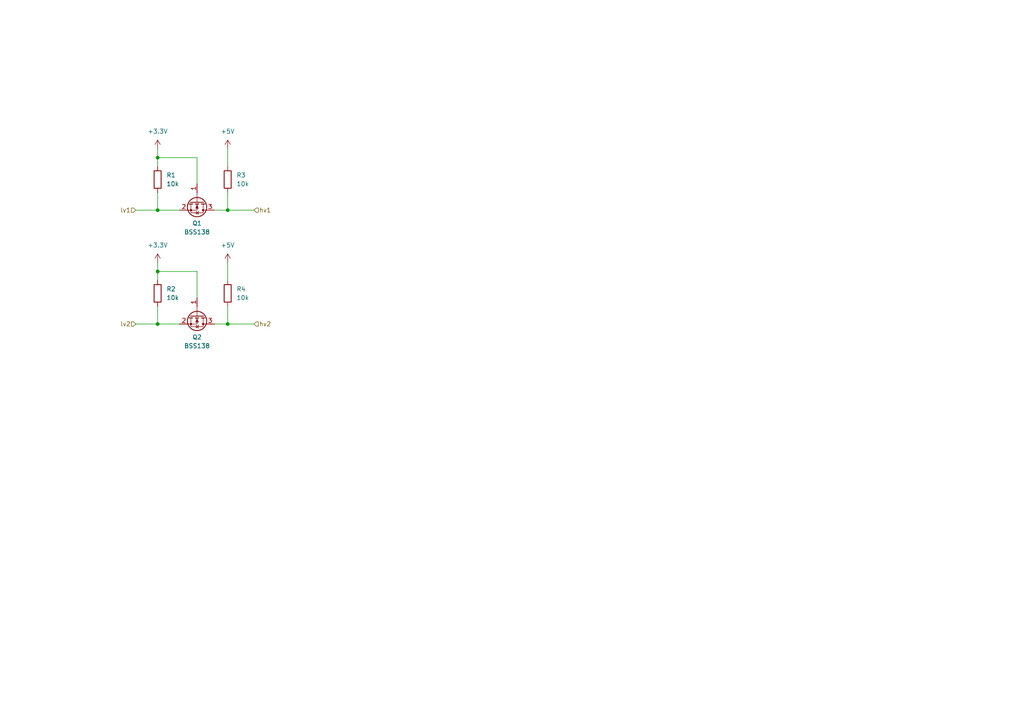
<source format=kicad_sch>
(kicad_sch (version 20231120) (generator "eeschema") (generator_version "8.0")
  (paper "A4")
  (lib_symbols
    (symbol "Device:R" (pin_numbers hide) (pin_names (offset 0))
      (property "Reference" "R" (at 2.032 0 90))
      (property "Value" "R" (at 0 0 90))
      (symbol "R_0_1"
        (rectangle (start -1.016 -2.54) (end 1.016 2.54) (stroke (width 0.254)))
      )
      (symbol "R_1_1"
        (pin passive line (at 0 3.81 270) (length 1.27) (name "~") (number "1"))
        (pin passive line (at 0 -3.81 90) (length 1.27) (name "~") (number "2"))
      )
    )
    (symbol "Transistor_FET:BSS138" (pin_names hide)
      (property "Reference" "Q" (at 5.08 1.905 0))
      (property "Value" "BSS138" (at 5.08 0 0))
      (symbol "BSS138_0_1"
        (polyline (pts (xy 0.254 0) (xy -2.54 0)))
        (polyline (pts (xy 0.254 1.905) (xy 0.254 -1.905)) (stroke (width 0.254)))
        (polyline (pts (xy 0.762 -1.27) (xy 0.762 -2.286)) (stroke (width 0.254)))
        (polyline (pts (xy 0.762 0.508) (xy 0.762 -0.508)) (stroke (width 0.254)))
        (polyline (pts (xy 0.762 2.286) (xy 0.762 1.27)) (stroke (width 0.254)))
        (polyline (pts (xy 2.54 2.54) (xy 2.54 1.778)))
        (polyline (pts (xy 2.54 -2.54) (xy 2.54 0) (xy 0.762 0)))
        (polyline (pts (xy 0.762 -1.778) (xy 3.302 -1.778) (xy 3.302 1.778) (xy 0.762 1.778)))
        (polyline (pts (xy 1.016 0) (xy 2.032 0.381) (xy 2.032 -0.381) (xy 1.016 0)) (fill (type outline)))
        (polyline (pts (xy 2.794 0.508) (xy 2.921 0.381) (xy 3.683 0.381) (xy 3.81 0.254)))
        (polyline (pts (xy 3.302 0.381) (xy 2.921 -0.254) (xy 3.683 -0.254) (xy 3.302 0.381)))
        (circle (center 1.651 0) (radius 2.794) (stroke (width 0.254)))
        (circle (center 2.54 -1.778) (radius 0.254) (fill (type outline)))
        (circle (center 2.54 1.778) (radius 0.254) (fill (type outline)))
      )
      (symbol "BSS138_1_1"
        (pin input line (at -5.08 0 0) (length 2.54) (name "G") (number "1"))
        (pin passive line (at 2.54 -5.08 90) (length 2.54) (name "S") (number "2"))
        (pin passive line (at 2.54 5.08 270) (length 2.54) (name "D") (number "3"))
      )
    )
    (symbol "power:+3.3V" (power) (pin_numbers hide) (pin_names (offset 0) hide)
      (property "Value" "+3.3V" (at 0 3.556 0))
      (symbol "+3.3V_0_1"
        (polyline (pts (xy -0.762 1.27) (xy 0 2.54)))
        (polyline (pts (xy 0 0) (xy 0 2.54)))
        (polyline (pts (xy 0 2.54) (xy 0.762 1.27)))
      )
      (symbol "+3.3V_1_1"
        (pin power_in line (at 0 0 90) (length 0) (name "~") (number "1"))
      )
    )
    (symbol "power:+5V" (power) (pin_numbers hide) (pin_names (offset 0) hide)
      (property "Value" "+5V" (at 0 3.556 0))
      (symbol "+5V_0_1"
        (polyline (pts (xy -0.762 1.27) (xy 0 2.54)))
        (polyline (pts (xy 0 0) (xy 0 2.54)))
        (polyline (pts (xy 0 2.54) (xy 0.762 1.27)))
      )
      (symbol "+5V_1_1"
        (pin power_in line (at 0 0 90) (length 0) (name "~") (number "1"))
      )
    )
  )
  (junction (at 45.72 60.96))
  (junction (at 45.72 78.74))
  (junction (at 45.72 45.72))
  (junction (at 45.72 93.98))
  (junction (at 66.04 93.98))
  (junction (at 66.04 60.96))
  (wire (pts (xy 39.37 93.98) (xy 45.72 93.98)))
  (wire (pts (xy 45.72 45.72) (xy 57.15 45.72)))
  (wire (pts (xy 45.72 93.98) (xy 52.07 93.98)))
  (wire (pts (xy 45.72 55.88) (xy 45.72 60.96)))
  (wire (pts (xy 66.04 93.98) (xy 73.66 93.98)))
  (wire (pts (xy 45.72 78.74) (xy 45.72 81.28)))
  (wire (pts (xy 39.37 60.96) (xy 45.72 60.96)))
  (wire (pts (xy 62.23 60.96) (xy 66.04 60.96)))
  (wire (pts (xy 45.72 76.2) (xy 45.72 78.74)))
  (wire (pts (xy 45.72 78.74) (xy 57.15 78.74)))
  (wire (pts (xy 45.72 45.72) (xy 45.72 48.26)))
  (wire (pts (xy 57.15 45.72) (xy 57.15 53.34)))
  (wire (pts (xy 66.04 76.2) (xy 66.04 81.28)))
  (wire (pts (xy 62.23 93.98) (xy 66.04 93.98)))
  (wire (pts (xy 45.72 60.96) (xy 52.07 60.96)))
  (wire (pts (xy 66.04 60.96) (xy 73.66 60.96)))
  (wire (pts (xy 45.72 88.9) (xy 45.72 93.98)))
  (wire (pts (xy 45.72 43.18) (xy 45.72 45.72)))
  (wire (pts (xy 66.04 60.96) (xy 66.04 55.88)))
  (wire (pts (xy 66.04 93.98) (xy 66.04 88.9)))
  (wire (pts (xy 66.04 43.18) (xy 66.04 48.26)))
  (wire (pts (xy 57.15 78.74) (xy 57.15 86.36)))
  (hierarchical_label "hv2" (shape input) (at 73.66 93.98 0))
  (hierarchical_label "lv1" (shape input) (at 39.37 60.96 180))
  (hierarchical_label "hv1" (shape input) (at 73.66 60.96 0))
  (hierarchical_label "lv2" (shape input) (at 39.37 93.98 180))
  (symbol (lib_id "Device:R") (at 66.04 85.09 0) (unit 1)
    (property "Reference" "R4" (at 68.58 83.8199 0) (effects (justify left)))
    (property "Value" "10k" (at 68.58 86.3599 0) (effects (justify left)))
    (property "Description" "Resistor" (effects (hide yes)))
    (instances (project "offramps" (path "" (reference "R4") (unit 1)) (path "" (reference "R92") (unit 1)) (path "" (reference "R88") (unit 1)) (path "" (reference "R84") (unit 1)) (path "" (reference "R80") (unit 1)) (path "" (reference "R76") (unit 1)) (path "" (reference "R72") (unit 1)) (path "" (reference "R68") (unit 1)) (path "" (reference "R64") (unit 1)) (path "" (reference "R60") (unit 1)) (path "" (reference "R56") (unit 1)) (path "" (reference "R48") (unit 1)) (path "" (reference "R52") (unit 1)) (path "" (reference "R44") (unit 1)) (path "" (reference "R40") (unit 1)) (path "" (reference "R36") (unit 1)) (path "" (reference "R32") (unit 1)) (path "" (reference "R28") (unit 1)) (path "" (reference "R24") (unit 1)) (path "" (reference "R20") (unit 1)) (path "" (reference "R16") (unit 1)) (path "" (reference "R12") (unit 1)) (path "" (reference "R8") (unit 1))))
  )
  (symbol (lib_id "Device:R") (at 66.04 52.07 0) (unit 1)
    (property "Reference" "R3" (at 68.58 50.7999 0) (effects (justify left)))
    (property "Value" "10k" (at 68.58 53.3399 0) (effects (justify left)))
    (property "Description" "Resistor" (effects (hide yes)))
    (instances (project "offramps" (path "" (reference "R3") (unit 1)) (path "" (reference "R91") (unit 1)) (path "" (reference "R87") (unit 1)) (path "" (reference "R83") (unit 1)) (path "" (reference "R79") (unit 1)) (path "" (reference "R75") (unit 1)) (path "" (reference "R71") (unit 1)) (path "" (reference "R67") (unit 1)) (path "" (reference "R63") (unit 1)) (path "" (reference "R59") (unit 1)) (path "" (reference "R55") (unit 1)) (path "" (reference "R47") (unit 1)) (path "" (reference "R51") (unit 1)) (path "" (reference "R43") (unit 1)) (path "" (reference "R39") (unit 1)) (path "" (reference "R35") (unit 1)) (path "" (reference "R31") (unit 1)) (path "" (reference "R27") (unit 1)) (path "" (reference "R23") (unit 1)) (path "" (reference "R19") (unit 1)) (path "" (reference "R15") (unit 1)) (path "" (reference "R11") (unit 1)) (path "" (reference "R7") (unit 1))))
  )
  (symbol (lib_id "Transistor_FET:BSS138") (at 57.15 91.44 270) (unit 1)
    (property "Reference" "Q2" (at 57.15 97.79 90))
    (property "Value" "BSS138" (at 57.15 100.33 90))
    (property "Footprint" "Package_TO_SOT_SMD:SOT-23" (effects (hide yes)))
    (property "Datasheet" "https://www.onsemi.com/pub/Collateral/BSS138-D.PDF" (effects (hide yes)))
    (property "Description" "50V Vds, 0.22A Id, N-Channel MOSFET, SOT-23" (effects (hide yes)))
    (property "Sim.Library" "/home/jason/documents/research/additive_manufacturing_security/NYU_OffRAMPS/revB/kicad/spice_models/BSS138.lib" (effects (hide yes)))
    (property "Sim.Name" "BSS138/FAI" (effects (hide yes)))
    (property "Sim.Device" "SUBCKT" (effects (hide yes)))
    (property "Sim.Pins" "1=20 2=10 3=30" (effects (hide yes)))
    (instances (project "offramps" (path "" (reference "Q2") (unit 1)) (path "" (reference "Q46") (unit 1)) (path "" (reference "Q44") (unit 1)) (path "" (reference "Q42") (unit 1)) (path "" (reference "Q40") (unit 1)) (path "" (reference "Q38") (unit 1)) (path "" (reference "Q36") (unit 1)) (path "" (reference "Q34") (unit 1)) (path "" (reference "Q32") (unit 1)) (path "" (reference "Q30") (unit 1)) (path "" (reference "Q28") (unit 1)) (path "" (reference "Q24") (unit 1)) (path "" (reference "Q26") (unit 1)) (path "" (reference "Q22") (unit 1)) (path "" (reference "Q20") (unit 1)) (path "" (reference "Q18") (unit 1)) (path "" (reference "Q16") (unit 1)) (path "" (reference "Q14") (unit 1)) (path "" (reference "Q12") (unit 1)) (path "" (reference "Q10") (unit 1)) (path "" (reference "Q8") (unit 1)) (path "" (reference "Q6") (unit 1)) (path "" (reference "Q4") (unit 1))))
  )
  (symbol (lib_id "Device:R") (at 45.72 85.09 0) (unit 1)
    (property "Reference" "R2" (at 48.26 83.8199 0) (effects (justify left)))
    (property "Value" "10k" (at 48.26 86.3599 0) (effects (justify left)))
    (property "Description" "Resistor" (effects (hide yes)))
    (instances (project "offramps" (path "" (reference "R2") (unit 1)) (path "" (reference "R90") (unit 1)) (path "" (reference "R86") (unit 1)) (path "" (reference "R82") (unit 1)) (path "" (reference "R78") (unit 1)) (path "" (reference "R74") (unit 1)) (path "" (reference "R70") (unit 1)) (path "" (reference "R66") (unit 1)) (path "" (reference "R62") (unit 1)) (path "" (reference "R58") (unit 1)) (path "" (reference "R54") (unit 1)) (path "" (reference "R46") (unit 1)) (path "" (reference "R50") (unit 1)) (path "" (reference "R42") (unit 1)) (path "" (reference "R38") (unit 1)) (path "" (reference "R34") (unit 1)) (path "" (reference "R30") (unit 1)) (path "" (reference "R26") (unit 1)) (path "" (reference "R22") (unit 1)) (path "" (reference "R18") (unit 1)) (path "" (reference "R14") (unit 1)) (path "" (reference "R10") (unit 1)) (path "" (reference "R6") (unit 1))))
  )
  (symbol (lib_id "Device:R") (at 45.72 52.07 0) (unit 1)
    (property "Reference" "R1" (at 48.26 50.7999 0) (effects (justify left)))
    (property "Value" "10k" (at 48.26 53.3399 0) (effects (justify left)))
    (property "Description" "Resistor" (effects (hide yes)))
    (instances (project "offramps" (path "" (reference "R1") (unit 1)) (path "" (reference "R89") (unit 1)) (path "" (reference "R85") (unit 1)) (path "" (reference "R81") (unit 1)) (path "" (reference "R77") (unit 1)) (path "" (reference "R73") (unit 1)) (path "" (reference "R69") (unit 1)) (path "" (reference "R65") (unit 1)) (path "" (reference "R61") (unit 1)) (path "" (reference "R57") (unit 1)) (path "" (reference "R53") (unit 1)) (path "" (reference "R45") (unit 1)) (path "" (reference "R49") (unit 1)) (path "" (reference "R41") (unit 1)) (path "" (reference "R37") (unit 1)) (path "" (reference "R33") (unit 1)) (path "" (reference "R29") (unit 1)) (path "" (reference "R25") (unit 1)) (path "" (reference "R21") (unit 1)) (path "" (reference "R17") (unit 1)) (path "" (reference "R13") (unit 1)) (path "" (reference "R9") (unit 1)) (path "" (reference "R5") (unit 1))))
  )
  (symbol (lib_id "power:+3.3V") (at 45.72 43.18 0) (unit 1)
    (property "Reference" "#PWR01" (effects (hide yes)))
    (property "Value" "+3.3V" (at 45.72 38.1 0))
    (property "Description" "Power symbol creates a global label with name \"+3.3V\"" (effects (hide yes)))
    (instances (project "offramps" (path "" (reference "#PWR01") (unit 1)) (path "" (reference "#PWR089") (unit 1)) (path "" (reference "#PWR085") (unit 1)) (path "" (reference "#PWR081") (unit 1)) (path "" (reference "#PWR077") (unit 1)) (path "" (reference "#PWR073") (unit 1)) (path "" (reference "#PWR069") (unit 1)) (path "" (reference "#PWR065") (unit 1)) (path "" (reference "#PWR061") (unit 1)) (path "" (reference "#PWR057") (unit 1)) (path "" (reference "#PWR053") (unit 1)) (path "" (reference "#PWR045") (unit 1)) (path "" (reference "#PWR049") (unit 1)) (path "" (reference "#PWR041") (unit 1)) (path "" (reference "#PWR037") (unit 1)) (path "" (reference "#PWR033") (unit 1)) (path "" (reference "#PWR029") (unit 1)) (path "" (reference "#PWR025") (unit 1)) (path "" (reference "#PWR021") (unit 1)) (path "" (reference "#PWR017") (unit 1)) (path "" (reference "#PWR013") (unit 1)) (path "" (reference "#PWR09") (unit 1)) (path "" (reference "#PWR05") (unit 1))))
  )
  (symbol (lib_id "power:+5V") (at 66.04 76.2 0) (unit 1)
    (property "Reference" "#PWR04" (effects (hide yes)))
    (property "Value" "+5V" (at 66.04 71.12 0))
    (property "Description" "Power symbol creates a global label with name \"+5V\"" (effects (hide yes)))
    (instances (project "offramps" (path "" (reference "#PWR04") (unit 1)) (path "" (reference "#PWR092") (unit 1)) (path "" (reference "#PWR088") (unit 1)) (path "" (reference "#PWR084") (unit 1)) (path "" (reference "#PWR080") (unit 1)) (path "" (reference "#PWR076") (unit 1)) (path "" (reference "#PWR072") (unit 1)) (path "" (reference "#PWR068") (unit 1)) (path "" (reference "#PWR064") (unit 1)) (path "" (reference "#PWR060") (unit 1)) (path "" (reference "#PWR056") (unit 1)) (path "" (reference "#PWR048") (unit 1)) (path "" (reference "#PWR052") (unit 1)) (path "" (reference "#PWR044") (unit 1)) (path "" (reference "#PWR040") (unit 1)) (path "" (reference "#PWR036") (unit 1)) (path "" (reference "#PWR032") (unit 1)) (path "" (reference "#PWR028") (unit 1)) (path "" (reference "#PWR024") (unit 1)) (path "" (reference "#PWR020") (unit 1)) (path "" (reference "#PWR016") (unit 1)) (path "" (reference "#PWR012") (unit 1)) (path "" (reference "#PWR08") (unit 1))))
  )
  (symbol (lib_id "Transistor_FET:BSS138") (at 57.15 58.42 270) (unit 1)
    (property "Reference" "Q1" (at 57.15 64.77 90))
    (property "Value" "BSS138" (at 57.15 67.31 90))
    (property "Footprint" "Package_TO_SOT_SMD:SOT-23" (effects (hide yes)))
    (property "Datasheet" "https://www.onsemi.com/pub/Collateral/BSS138-D.PDF" (effects (hide yes)))
    (property "Description" "50V Vds, 0.22A Id, N-Channel MOSFET, SOT-23" (effects (hide yes)))
    (property "Sim.Library" "/home/jason/documents/research/additive_manufacturing_security/NYU_OffRAMPS/revB/kicad/spice_models/BSS138.lib" (effects (hide yes)))
    (property "Sim.Name" "BSS138/FAI" (effects (hide yes)))
    (property "Sim.Device" "SUBCKT" (effects (hide yes)))
    (property "Sim.Pins" "1=20 2=10 3=30" (effects (hide yes)))
    (instances (project "offramps" (path "" (reference "Q1") (unit 1)) (path "" (reference "Q45") (unit 1)) (path "" (reference "Q43") (unit 1)) (path "" (reference "Q41") (unit 1)) (path "" (reference "Q39") (unit 1)) (path "" (reference "Q37") (unit 1)) (path "" (reference "Q35") (unit 1)) (path "" (reference "Q33") (unit 1)) (path "" (reference "Q31") (unit 1)) (path "" (reference "Q29") (unit 1)) (path "" (reference "Q27") (unit 1)) (path "" (reference "Q23") (unit 1)) (path "" (reference "Q25") (unit 1)) (path "" (reference "Q21") (unit 1)) (path "" (reference "Q19") (unit 1)) (path "" (reference "Q17") (unit 1)) (path "" (reference "Q15") (unit 1)) (path "" (reference "Q13") (unit 1)) (path "" (reference "Q11") (unit 1)) (path "" (reference "Q9") (unit 1)) (path "" (reference "Q7") (unit 1)) (path "" (reference "Q5") (unit 1)) (path "" (reference "Q3") (unit 1))))
  )
  (symbol (lib_id "power:+5V") (at 66.04 43.18 0) (unit 1)
    (property "Reference" "#PWR03" (effects (hide yes)))
    (property "Value" "+5V" (at 66.04 38.1 0))
    (property "Description" "Power symbol creates a global label with name \"+5V\"" (effects (hide yes)))
    (instances (project "offramps" (path "" (reference "#PWR03") (unit 1)) (path "" (reference "#PWR091") (unit 1)) (path "" (reference "#PWR087") (unit 1)) (path "" (reference "#PWR083") (unit 1)) (path "" (reference "#PWR079") (unit 1)) (path "" (reference "#PWR075") (unit 1)) (path "" (reference "#PWR071") (unit 1)) (path "" (reference "#PWR067") (unit 1)) (path "" (reference "#PWR063") (unit 1)) (path "" (reference "#PWR059") (unit 1)) (path "" (reference "#PWR055") (unit 1)) (path "" (reference "#PWR047") (unit 1)) (path "" (reference "#PWR051") (unit 1)) (path "" (reference "#PWR043") (unit 1)) (path "" (reference "#PWR039") (unit 1)) (path "" (reference "#PWR035") (unit 1)) (path "" (reference "#PWR031") (unit 1)) (path "" (reference "#PWR027") (unit 1)) (path "" (reference "#PWR023") (unit 1)) (path "" (reference "#PWR019") (unit 1)) (path "" (reference "#PWR015") (unit 1)) (path "" (reference "#PWR011") (unit 1)) (path "" (reference "#PWR07") (unit 1))))
  )
  (symbol (lib_id "power:+3.3V") (at 45.72 76.2 0) (unit 1)
    (property "Reference" "#PWR02" (effects (hide yes)))
    (property "Value" "+3.3V" (at 45.72 71.12 0))
    (property "Description" "Power symbol creates a global label with name \"+3.3V\"" (effects (hide yes)))
    (instances (project "offramps" (path "" (reference "#PWR02") (unit 1)) (path "" (reference "#PWR090") (unit 1)) (path "" (reference "#PWR086") (unit 1)) (path "" (reference "#PWR082") (unit 1)) (path "" (reference "#PWR078") (unit 1)) (path "" (reference "#PWR074") (unit 1)) (path "" (reference "#PWR070") (unit 1)) (path "" (reference "#PWR066") (unit 1)) (path "" (reference "#PWR062") (unit 1)) (path "" (reference "#PWR058") (unit 1)) (path "" (reference "#PWR054") (unit 1)) (path "" (reference "#PWR046") (unit 1)) (path "" (reference "#PWR050") (unit 1)) (path "" (reference "#PWR042") (unit 1)) (path "" (reference "#PWR038") (unit 1)) (path "" (reference "#PWR034") (unit 1)) (path "" (reference "#PWR030") (unit 1)) (path "" (reference "#PWR026") (unit 1)) (path "" (reference "#PWR022") (unit 1)) (path "" (reference "#PWR018") (unit 1)) (path "" (reference "#PWR014") (unit 1)) (path "" (reference "#PWR010") (unit 1)) (path "" (reference "#PWR06") (unit 1))))
  )
)
</source>
